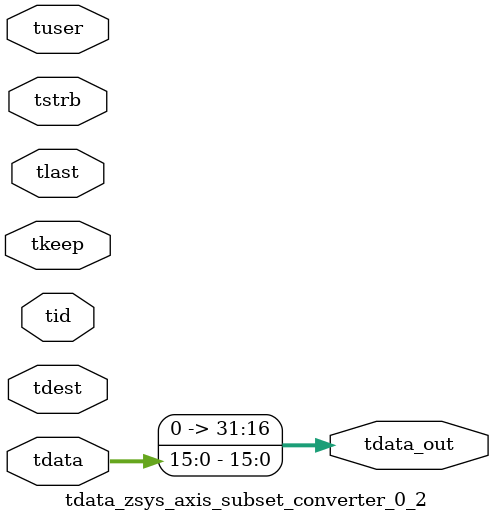
<source format=v>


`timescale 1ps/1ps

module tdata_zsys_axis_subset_converter_0_2 #
(
parameter C_S_AXIS_TDATA_WIDTH = 32,
parameter C_S_AXIS_TUSER_WIDTH = 0,
parameter C_S_AXIS_TID_WIDTH   = 0,
parameter C_S_AXIS_TDEST_WIDTH = 0,
parameter C_M_AXIS_TDATA_WIDTH = 32
)
(
input  [(C_S_AXIS_TDATA_WIDTH == 0 ? 1 : C_S_AXIS_TDATA_WIDTH)-1:0     ] tdata,
input  [(C_S_AXIS_TUSER_WIDTH == 0 ? 1 : C_S_AXIS_TUSER_WIDTH)-1:0     ] tuser,
input  [(C_S_AXIS_TID_WIDTH   == 0 ? 1 : C_S_AXIS_TID_WIDTH)-1:0       ] tid,
input  [(C_S_AXIS_TDEST_WIDTH == 0 ? 1 : C_S_AXIS_TDEST_WIDTH)-1:0     ] tdest,
input  [(C_S_AXIS_TDATA_WIDTH/8)-1:0 ] tkeep,
input  [(C_S_AXIS_TDATA_WIDTH/8)-1:0 ] tstrb,
input                                                                    tlast,
output [C_M_AXIS_TDATA_WIDTH-1:0] tdata_out
);

assign tdata_out = {tdata[15:0]};

endmodule


</source>
